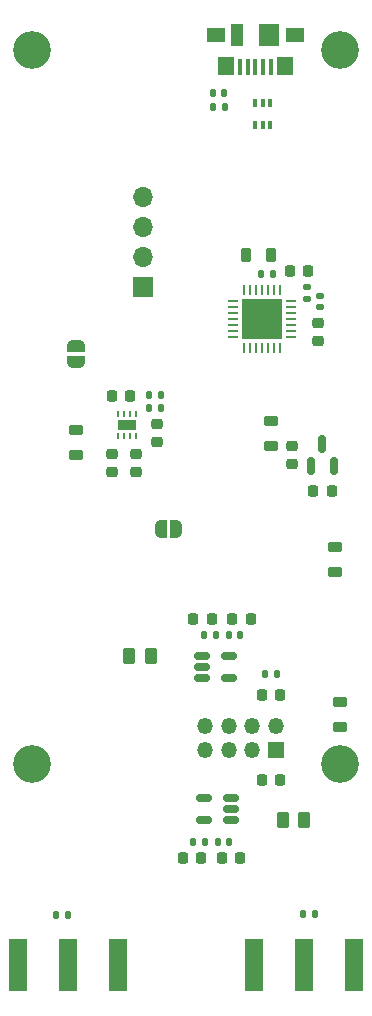
<source format=gbr>
%TF.GenerationSoftware,KiCad,Pcbnew,6.0.7+dfsg-3*%
%TF.CreationDate,2022-09-21T21:46:23+02:00*%
%TF.ProjectId,Adapter_RCB_F9T,41646170-7465-4725-9f52-43425f463954,1*%
%TF.SameCoordinates,Original*%
%TF.FileFunction,Soldermask,Top*%
%TF.FilePolarity,Negative*%
%FSLAX46Y46*%
G04 Gerber Fmt 4.6, Leading zero omitted, Abs format (unit mm)*
G04 Created by KiCad (PCBNEW 6.0.7+dfsg-3) date 2022-09-21 21:46:23*
%MOMM*%
%LPD*%
G01*
G04 APERTURE LIST*
G04 Aperture macros list*
%AMRoundRect*
0 Rectangle with rounded corners*
0 $1 Rounding radius*
0 $2 $3 $4 $5 $6 $7 $8 $9 X,Y pos of 4 corners*
0 Add a 4 corners polygon primitive as box body*
4,1,4,$2,$3,$4,$5,$6,$7,$8,$9,$2,$3,0*
0 Add four circle primitives for the rounded corners*
1,1,$1+$1,$2,$3*
1,1,$1+$1,$4,$5*
1,1,$1+$1,$6,$7*
1,1,$1+$1,$8,$9*
0 Add four rect primitives between the rounded corners*
20,1,$1+$1,$2,$3,$4,$5,0*
20,1,$1+$1,$4,$5,$6,$7,0*
20,1,$1+$1,$6,$7,$8,$9,0*
20,1,$1+$1,$8,$9,$2,$3,0*%
%AMFreePoly0*
4,1,22,0.500000,-0.750000,0.000000,-0.750000,0.000000,-0.745033,-0.079941,-0.743568,-0.215256,-0.701293,-0.333266,-0.622738,-0.424486,-0.514219,-0.481581,-0.384460,-0.499164,-0.250000,-0.500000,-0.250000,-0.500000,0.250000,-0.499164,0.250000,-0.499963,0.256109,-0.478152,0.396186,-0.417904,0.524511,-0.324060,0.630769,-0.204165,0.706417,-0.067858,0.745374,0.000000,0.744959,0.000000,0.750000,
0.500000,0.750000,0.500000,-0.750000,0.500000,-0.750000,$1*%
%AMFreePoly1*
4,1,20,0.000000,0.744959,0.073905,0.744508,0.209726,0.703889,0.328688,0.626782,0.421226,0.519385,0.479903,0.390333,0.500000,0.250000,0.500000,-0.250000,0.499851,-0.262216,0.476331,-0.402017,0.414519,-0.529596,0.319384,-0.634700,0.198574,-0.708877,0.061801,-0.746166,0.000000,-0.745033,0.000000,-0.750000,-0.500000,-0.750000,-0.500000,0.750000,0.000000,0.750000,0.000000,0.744959,
0.000000,0.744959,$1*%
G04 Aperture macros list end*
%ADD10RoundRect,0.135000X-0.135000X-0.185000X0.135000X-0.185000X0.135000X0.185000X-0.135000X0.185000X0*%
%ADD11R,0.400000X0.650000*%
%ADD12RoundRect,0.140000X0.170000X-0.140000X0.170000X0.140000X-0.170000X0.140000X-0.170000X-0.140000X0*%
%ADD13RoundRect,0.140000X-0.140000X-0.170000X0.140000X-0.170000X0.140000X0.170000X-0.140000X0.170000X0*%
%ADD14RoundRect,0.225000X-0.250000X0.225000X-0.250000X-0.225000X0.250000X-0.225000X0.250000X0.225000X0*%
%ADD15RoundRect,0.147500X-0.147500X-0.172500X0.147500X-0.172500X0.147500X0.172500X-0.147500X0.172500X0*%
%ADD16RoundRect,0.135000X0.135000X0.185000X-0.135000X0.185000X-0.135000X-0.185000X0.135000X-0.185000X0*%
%ADD17RoundRect,0.225000X0.225000X0.250000X-0.225000X0.250000X-0.225000X-0.250000X0.225000X-0.250000X0*%
%ADD18RoundRect,0.218750X-0.218750X-0.381250X0.218750X-0.381250X0.218750X0.381250X-0.218750X0.381250X0*%
%ADD19RoundRect,0.225000X-0.225000X-0.250000X0.225000X-0.250000X0.225000X0.250000X-0.225000X0.250000X0*%
%ADD20RoundRect,0.218750X-0.381250X0.218750X-0.381250X-0.218750X0.381250X-0.218750X0.381250X0.218750X0*%
%ADD21R,0.250000X0.500000*%
%ADD22R,1.600000X0.900000*%
%ADD23RoundRect,0.062500X0.337500X0.062500X-0.337500X0.062500X-0.337500X-0.062500X0.337500X-0.062500X0*%
%ADD24RoundRect,0.062500X0.062500X0.337500X-0.062500X0.337500X-0.062500X-0.337500X0.062500X-0.337500X0*%
%ADD25R,3.350000X3.350000*%
%ADD26R,1.500000X4.500000*%
%ADD27RoundRect,0.250000X-0.262500X-0.450000X0.262500X-0.450000X0.262500X0.450000X-0.262500X0.450000X0*%
%ADD28RoundRect,0.218750X0.381250X-0.218750X0.381250X0.218750X-0.381250X0.218750X-0.381250X-0.218750X0*%
%ADD29FreePoly0,0.000000*%
%ADD30FreePoly1,0.000000*%
%ADD31RoundRect,0.150000X0.150000X-0.587500X0.150000X0.587500X-0.150000X0.587500X-0.150000X-0.587500X0*%
%ADD32R,0.450000X1.380000*%
%ADD33R,1.425000X1.550000*%
%ADD34R,1.650000X1.300000*%
%ADD35R,1.000000X1.900000*%
%ADD36R,1.800000X1.900000*%
%ADD37FreePoly0,90.000000*%
%ADD38FreePoly1,90.000000*%
%ADD39RoundRect,0.150000X-0.512500X-0.150000X0.512500X-0.150000X0.512500X0.150000X-0.512500X0.150000X0*%
%ADD40RoundRect,0.150000X0.512500X0.150000X-0.512500X0.150000X-0.512500X-0.150000X0.512500X-0.150000X0*%
%ADD41RoundRect,0.225000X0.250000X-0.225000X0.250000X0.225000X-0.250000X0.225000X-0.250000X-0.225000X0*%
%ADD42RoundRect,0.250000X0.262500X0.450000X-0.262500X0.450000X-0.262500X-0.450000X0.262500X-0.450000X0*%
%ADD43RoundRect,0.140000X0.140000X0.170000X-0.140000X0.170000X-0.140000X-0.170000X0.140000X-0.170000X0*%
%ADD44C,3.200000*%
%ADD45R,1.350000X1.350000*%
%ADD46O,1.350000X1.350000*%
%ADD47RoundRect,0.147500X0.147500X0.172500X-0.147500X0.172500X-0.147500X-0.172500X0.147500X-0.172500X0*%
%ADD48R,1.700000X1.700000*%
%ADD49O,1.700000X1.700000*%
G04 APERTURE END LIST*
D10*
%TO.C,R41*%
X76690000Y-92600000D03*
X77710000Y-92600000D03*
%TD*%
D11*
%TO.C,D1*%
X75850000Y-46150000D03*
X76500000Y-46150000D03*
X77150000Y-46150000D03*
X77150000Y-44250000D03*
X76500000Y-44250000D03*
X75850000Y-44250000D03*
%TD*%
D12*
%TO.C,C33*%
X81340000Y-61520500D03*
X81340000Y-60560500D03*
%TD*%
D13*
%TO.C,C63*%
X72720000Y-106800000D03*
X73680000Y-106800000D03*
%TD*%
D14*
%TO.C,C11*%
X78950000Y-73287500D03*
X78950000Y-74837500D03*
%TD*%
D15*
%TO.C,D51*%
X59015000Y-113000000D03*
X59985000Y-113000000D03*
%TD*%
D14*
%TO.C,C24*%
X65750000Y-73925000D03*
X65750000Y-75475000D03*
%TD*%
D16*
%TO.C,R21*%
X67910000Y-69000000D03*
X66890000Y-69000000D03*
%TD*%
D17*
%TO.C,C42*%
X77975000Y-94400000D03*
X76425000Y-94400000D03*
%TD*%
D10*
%TO.C,R22*%
X66890000Y-70100000D03*
X67910000Y-70100000D03*
%TD*%
D18*
%TO.C,FB31*%
X75077500Y-57140500D03*
X77202500Y-57140500D03*
%TD*%
D19*
%TO.C,C64*%
X73025000Y-108200000D03*
X74575000Y-108200000D03*
%TD*%
D20*
%TO.C,FB11*%
X77200000Y-71137500D03*
X77200000Y-73262500D03*
%TD*%
D21*
%TO.C,U21*%
X64250000Y-72450000D03*
X64750000Y-72450000D03*
X65250000Y-72450000D03*
X65750000Y-72450000D03*
X65750000Y-70550000D03*
X65250000Y-70550000D03*
X64750000Y-70550000D03*
X64250000Y-70550000D03*
D22*
X65000000Y-71500000D03*
%TD*%
D19*
%TO.C,C31*%
X78765000Y-58440500D03*
X80315000Y-58440500D03*
%TD*%
D17*
%TO.C,C41*%
X77975000Y-101600000D03*
X76425000Y-101600000D03*
%TD*%
D23*
%TO.C,U31*%
X78900000Y-64050500D03*
X78900000Y-63550500D03*
X78900000Y-63050500D03*
X78900000Y-62550500D03*
X78900000Y-62050500D03*
X78900000Y-61550500D03*
X78900000Y-61050500D03*
D24*
X77950000Y-60100500D03*
X77450000Y-60100500D03*
X76950000Y-60100500D03*
X76450000Y-60100500D03*
X75950000Y-60100500D03*
X75450000Y-60100500D03*
X74950000Y-60100500D03*
D23*
X74000000Y-61050500D03*
X74000000Y-61550500D03*
X74000000Y-62050500D03*
X74000000Y-62550500D03*
X74000000Y-63050500D03*
X74000000Y-63550500D03*
X74000000Y-64050500D03*
D24*
X74950000Y-65000500D03*
X75450000Y-65000500D03*
X75950000Y-65000500D03*
X76450000Y-65000500D03*
X76950000Y-65000500D03*
X77450000Y-65000500D03*
X77950000Y-65000500D03*
D25*
X76450000Y-62550500D03*
%TD*%
D26*
%TO.C,J51*%
X60000000Y-117250000D03*
X64250000Y-117250000D03*
X55750000Y-117250000D03*
%TD*%
D20*
%TO.C,FB21*%
X60700000Y-71912500D03*
X60700000Y-74037500D03*
%TD*%
D17*
%TO.C,C54*%
X72175000Y-87905000D03*
X70625000Y-87905000D03*
%TD*%
D12*
%TO.C,C32*%
X80240000Y-60820500D03*
X80240000Y-59860500D03*
%TD*%
D27*
%TO.C,R61*%
X78187500Y-104950000D03*
X80012500Y-104950000D03*
%TD*%
D28*
%TO.C,FB42*%
X82600000Y-83962500D03*
X82600000Y-81837500D03*
%TD*%
D26*
%TO.C,J61*%
X80000000Y-117250000D03*
X84250000Y-117250000D03*
X75750000Y-117250000D03*
%TD*%
D13*
%TO.C,C1*%
X72295000Y-43400000D03*
X73255000Y-43400000D03*
%TD*%
D29*
%TO.C,JP22*%
X67850000Y-80300000D03*
D30*
X69150000Y-80300000D03*
%TD*%
D10*
%TO.C,R1*%
X72265000Y-44600000D03*
X73285000Y-44600000D03*
%TD*%
D31*
%TO.C,U11*%
X80600000Y-75000000D03*
X82500000Y-75000000D03*
X81550000Y-73125000D03*
%TD*%
D32*
%TO.C,J1*%
X77175000Y-41160000D03*
X76525000Y-41160000D03*
X75875000Y-41160000D03*
X75225000Y-41160000D03*
X74575000Y-41160000D03*
D33*
X78362500Y-41075000D03*
D34*
X79250000Y-38500000D03*
D35*
X74325000Y-38500000D03*
D36*
X77025000Y-38500000D03*
D34*
X72500000Y-38500000D03*
D33*
X73387500Y-41075000D03*
%TD*%
D37*
%TO.C,JP21*%
X60700000Y-66150000D03*
D38*
X60700000Y-64850000D03*
%TD*%
D39*
%TO.C,U51*%
X71362500Y-91050000D03*
X71362500Y-92000000D03*
X71362500Y-92950000D03*
X73637500Y-92950000D03*
X73637500Y-91050000D03*
%TD*%
D14*
%TO.C,C21*%
X63750000Y-73925000D03*
X63750000Y-75475000D03*
%TD*%
D17*
%TO.C,C62*%
X71275000Y-108200000D03*
X69725000Y-108200000D03*
%TD*%
D10*
%TO.C,R31*%
X76340000Y-58740500D03*
X77360000Y-58740500D03*
%TD*%
D40*
%TO.C,U61*%
X73837500Y-104950000D03*
X73837500Y-104000000D03*
X73837500Y-103050000D03*
X71562500Y-103050000D03*
X71562500Y-104950000D03*
%TD*%
D41*
%TO.C,C22*%
X67500000Y-72975000D03*
X67500000Y-71425000D03*
%TD*%
D42*
%TO.C,R51*%
X67012500Y-91050000D03*
X65187500Y-91050000D03*
%TD*%
D43*
%TO.C,C53*%
X72505000Y-89305000D03*
X71545000Y-89305000D03*
%TD*%
D14*
%TO.C,C34*%
X81140000Y-62865500D03*
X81140000Y-64415500D03*
%TD*%
D44*
%TO.C,J41*%
X57000000Y-39750000D03*
X57000000Y-100250000D03*
X83000000Y-100250000D03*
X83000000Y-39750000D03*
D45*
X77600000Y-99000000D03*
D46*
X77600000Y-97000000D03*
X75600000Y-99000000D03*
X75600000Y-97000000D03*
X73600000Y-99000000D03*
X73600000Y-97000000D03*
X71600000Y-99000000D03*
X71600000Y-97000000D03*
%TD*%
D47*
%TO.C,D61*%
X80885000Y-112900000D03*
X79915000Y-112900000D03*
%TD*%
D13*
%TO.C,C51*%
X73620000Y-89300000D03*
X74580000Y-89300000D03*
%TD*%
D17*
%TO.C,C12*%
X82325000Y-77062500D03*
X80775000Y-77062500D03*
%TD*%
D43*
%TO.C,C61*%
X71580000Y-106800000D03*
X70620000Y-106800000D03*
%TD*%
D19*
%TO.C,C23*%
X63725000Y-69050000D03*
X65275000Y-69050000D03*
%TD*%
D48*
%TO.C,J2*%
X66375000Y-59800000D03*
D49*
X66375000Y-57260000D03*
X66375000Y-54720000D03*
X66375000Y-52180000D03*
%TD*%
D20*
%TO.C,FB41*%
X83000000Y-94937500D03*
X83000000Y-97062500D03*
%TD*%
D19*
%TO.C,C52*%
X73925000Y-87900000D03*
X75475000Y-87900000D03*
%TD*%
M02*

</source>
